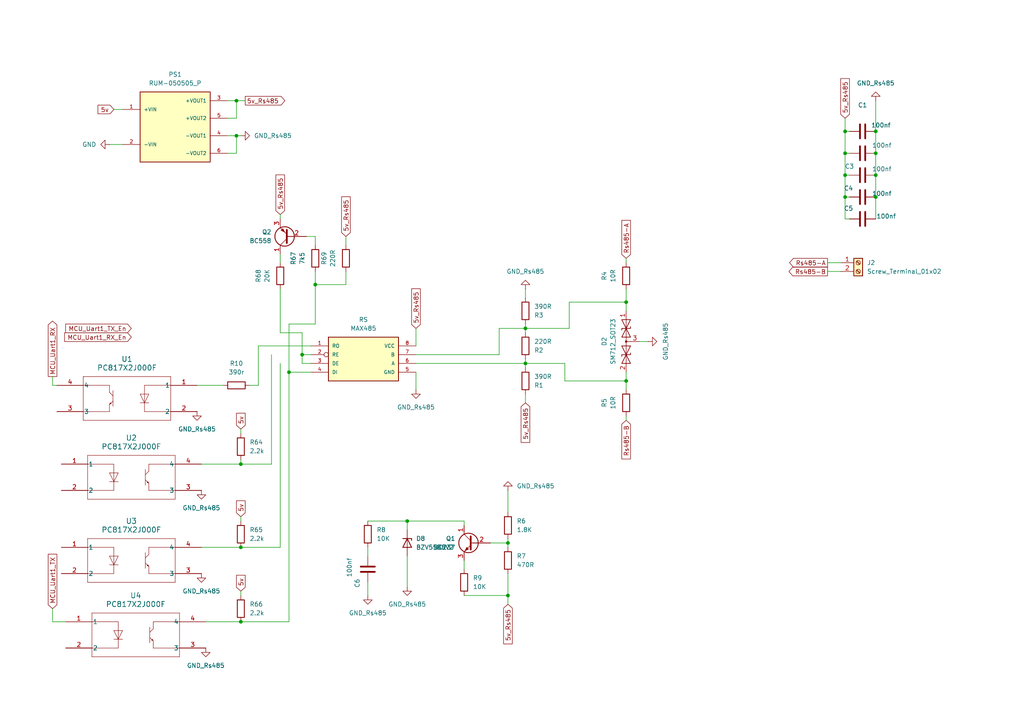
<source format=kicad_sch>
(kicad_sch (version 20231120) (generator "eeschema") (generator_version "8.0")
  (paper "A4")
  (lib_symbols
    (symbol "2024-07-11_18-43-46:PC817X2J000F" (pin_names (offset 0.254))
      (property "Reference" "U" (at 20.32 7.62 0))
      (property "Value" "PC817X2J000F" (at 20.32 7.62 0))
      (symbol "PC817X2J000F_0_1"
        (polyline (pts (xy 7.62 -10.16) (xy 33.02 -10.16)) (stroke (width 0.127)))
        (polyline (pts (xy 7.62 0) (xy 15.24 0)) (stroke (width 0.127)))
        (polyline (pts (xy 7.62 2.54) (xy 7.62 -10.16)) (stroke (width 0.127)))
        (polyline (pts (xy 13.97 -5.08) (xy 16.51 -5.08)) (stroke (width 0.127)))
        (polyline (pts (xy 13.97 -2.54) (xy 15.24 -5.08)) (stroke (width 0.127)))
        (polyline (pts (xy 13.97 -2.54) (xy 16.51 -2.54)) (stroke (width 0.127)))
        (polyline (pts (xy 15.24 -7.62) (xy 7.62 -7.62)) (stroke (width 0.127)))
        (polyline (pts (xy 15.24 -5.08) (xy 16.51 -2.54)) (stroke (width 0.127)))
        (polyline (pts (xy 15.24 0) (xy 15.24 -7.62)) (stroke (width 0.127)))
        (polyline (pts (xy 24.384 -1.524) (xy 24.384 -6.096)) (stroke (width 0.127)))
        (polyline (pts (xy 25.146 -5.334) (xy 24.384 -4.572)) (stroke (width 0.127)))
        (polyline (pts (xy 25.4 -7.62) (xy 25.4 -5.588)) (stroke (width 0.127)))
        (polyline (pts (xy 25.4 -2.032) (xy 24.384 -3.048)) (stroke (width 0.127)))
        (polyline (pts (xy 25.4 0) (xy 25.4 -2.032)) (stroke (width 0.127)))
        (polyline (pts (xy 25.4 0) (xy 33.02 0)) (stroke (width 0.127)))
        (polyline (pts (xy 33.02 -10.16) (xy 33.02 2.54)) (stroke (width 0.127)))
        (polyline (pts (xy 33.02 -7.62) (xy 25.4 -7.62)) (stroke (width 0.127)))
        (polyline (pts (xy 33.02 2.54) (xy 7.62 2.54)) (stroke (width 0.127)))
        (polyline (pts (xy 25.4 -5.588) (xy 25.146 -5.08) (xy 24.892 -5.334)) (fill (type outline)))
        (pin unspecified line (at 0 0 0) (length 7.62) (name "1") (number "1"))
        (pin unspecified line (at 0 -7.62 0) (length 7.62) (name "2") (number "2"))
        (pin unspecified line (at 40.64 -7.62 180) (length 7.62) (name "3") (number "3"))
        (pin unspecified line (at 40.64 0 180) (length 7.62) (name "4") (number "4"))
      )
    )
    (symbol "Connector:Screw_Terminal_01x02" (pin_names (offset 1.016) hide)
      (property "Reference" "J" (at 0 2.54 0))
      (property "Value" "Screw_Terminal_01x02" (at 0 -5.08 0))
      (symbol "Screw_Terminal_01x02_1_1"
        (rectangle (start -1.27 1.27) (end 1.27 -3.81) (stroke (width 0.254)) (fill (type background)))
        (circle (center 0 -2.54) (radius 0.635) (stroke (width 0.1524)))
        (polyline (pts (xy -0.5334 -2.2098) (xy 0.3302 -3.048)) (stroke (width 0.1524)))
        (polyline (pts (xy -0.5334 0.3302) (xy 0.3302 -0.508)) (stroke (width 0.1524)))
        (polyline (pts (xy -0.3556 -2.032) (xy 0.508 -2.8702)) (stroke (width 0.1524)))
        (polyline (pts (xy -0.3556 0.508) (xy 0.508 -0.3302)) (stroke (width 0.1524)))
        (circle (center 0 0) (radius 0.635) (stroke (width 0.1524)))
        (pin passive line (at -5.08 0 0) (length 3.81) (name "Pin_1") (number "1"))
        (pin passive line (at -5.08 -2.54 0) (length 3.81) (name "Pin_2") (number "2"))
      )
    )
    (symbol "Device:C" (pin_numbers hide) (pin_names (offset 0.254))
      (property "Reference" "C" (at 0.635 2.54 0))
      (property "Value" "C" (at 0.635 -2.54 0))
      (symbol "C_0_1"
        (polyline (pts (xy -2.032 -0.762) (xy 2.032 -0.762)) (stroke (width 0.508)))
        (polyline (pts (xy -2.032 0.762) (xy 2.032 0.762)) (stroke (width 0.508)))
      )
      (symbol "C_1_1"
        (pin passive line (at 0 3.81 270) (length 2.794) (name "~") (number "1"))
        (pin passive line (at 0 -3.81 90) (length 2.794) (name "~") (number "2"))
      )
    )
    (symbol "Device:R" (pin_numbers hide) (pin_names (offset 0))
      (property "Reference" "R" (at 2.032 0 90))
      (property "Value" "R" (at 0 0 90))
      (symbol "R_0_1"
        (rectangle (start -1.016 -2.54) (end 1.016 2.54) (stroke (width 0.254)))
      )
      (symbol "R_1_1"
        (pin passive line (at 0 3.81 270) (length 1.27) (name "~") (number "1"))
        (pin passive line (at 0 -3.81 90) (length 1.27) (name "~") (number "2"))
      )
    )
    (symbol "Diode:BZV55B8V2" (pin_numbers hide) (pin_names hide)
      (property "Reference" "D" (at 0 2.54 0))
      (property "Value" "BZV55B8V2" (at 0 -2.54 0))
      (symbol "BZV55B8V2_0_1"
        (polyline (pts (xy 1.27 0) (xy -1.27 0)))
        (polyline (pts (xy -1.27 -1.27) (xy -1.27 1.27) (xy -0.762 1.27)) (stroke (width 0.254)))
        (polyline (pts (xy 1.27 -1.27) (xy 1.27 1.27) (xy -1.27 0) (xy 1.27 -1.27)) (stroke (width 0.254)))
      )
      (symbol "BZV55B8V2_1_1"
        (pin passive line (at -3.81 0 0) (length 2.54) (name "K") (number "1"))
        (pin passive line (at 3.81 0 180) (length 2.54) (name "A") (number "2"))
      )
    )
    (symbol "Diode:SM712_SOT23" (pin_names (offset 1.016) hide)
      (property "Reference" "D" (at 0 4.445 0))
      (property "Value" "SM712_SOT23" (at 0 2.54 0))
      (symbol "SM712_SOT23_0_0"
        (polyline (pts (xy 0 -1.27) (xy 0 0)))
      )
      (symbol "SM712_SOT23_0_1"
        (polyline (pts (xy -6.35 0) (xy 6.35 0)))
        (polyline (pts (xy -3.302 1.27) (xy -3.81 1.27) (xy -3.81 -1.27) (xy -4.318 -1.27)) (stroke (width 0.2032)))
        (polyline (pts (xy 4.318 1.27) (xy 3.81 1.27) (xy 3.81 -1.27) (xy 3.302 -1.27)) (stroke (width 0.2032)))
        (polyline (pts (xy -6.35 -1.27) (xy -1.27 1.27) (xy -1.27 -1.27) (xy -6.35 1.27) (xy -6.35 -1.27)) (stroke (width 0.2032)))
        (polyline (pts (xy 1.27 -1.27) (xy 1.27 1.27) (xy 6.35 -1.27) (xy 6.35 1.27) (xy 1.27 -1.27)) (stroke (width 0.2032)))
        (circle (center 0 0) (radius 0.254) (fill (type outline)))
      )
      (symbol "SM712_SOT23_1_1"
        (pin passive line (at -8.89 0 0) (length 2.54) (name "A1") (number "1"))
        (pin passive line (at 8.89 0 180) (length 2.54) (name "A2") (number "2"))
        (pin input line (at 0 -3.81 90) (length 2.54) (name "common") (number "3"))
      )
    )
    (symbol "MAX485:MAX485" (pin_names (offset 1.016))
      (property "Reference" "U" (at -10.1786 7.634 0))
      (property "Value" "MAX485" (at -10.1702 -7.6276 0))
      (symbol "MAX485_0_0"
        (rectangle (start -10.16 -5.08) (end 10.16 7.62) (stroke (width 0.254)) (fill (type background)))
        (pin bidirectional line (at -15.24 5.08 0) (length 5.08) (name "RO") (number "1"))
        (pin bidirectional inverted (at -15.24 2.54 0) (length 5.08) (name "RE") (number "2"))
        (pin bidirectional line (at -15.24 0 0) (length 5.08) (name "DE") (number "3"))
        (pin bidirectional line (at -15.24 -2.54 0) (length 5.08) (name "DI") (number "4"))
        (pin bidirectional line (at 15.24 -2.54 180) (length 5.08) (name "GND") (number "5"))
        (pin bidirectional line (at 15.24 0 180) (length 5.08) (name "A") (number "6"))
        (pin bidirectional line (at 15.24 2.54 180) (length 5.08) (name "B") (number "7"))
        (pin bidirectional line (at 15.24 5.08 180) (length 5.08) (name "VCC") (number "8"))
      )
    )
    (symbol "RUM-050505_P:RUM-050505_P" (pin_names (offset 1.016))
      (property "Reference" "PS" (at -10.1639 11.4379 0))
      (property "Value" "RUM-050505_P" (at -10.1614 -12.7027 0))
      (symbol "RUM-050505_P_0_0"
        (rectangle (start -10.16 -10.16) (end 10.16 10.16) (stroke (width 0.254)) (fill (type background)))
        (pin input line (at -15.24 5.08 0) (length 5.08) (name "+VIN") (number "1"))
        (pin input line (at -15.24 -5.08 0) (length 5.08) (name "-VIN") (number "2"))
        (pin output line (at 15.24 7.62 180) (length 5.08) (name "+VOUT1") (number "3"))
        (pin output line (at 15.24 -2.54 180) (length 5.08) (name "-VOUT1") (number "4"))
        (pin output line (at 15.24 2.54 180) (length 5.08) (name "+VOUT2") (number "5"))
        (pin output line (at 15.24 -7.62 180) (length 5.08) (name "-VOUT2") (number "6"))
      )
    )
    (symbol "Transistor_BJT:BC237" (pin_names (offset 0) hide)
      (property "Reference" "Q" (at 5.08 1.905 0))
      (property "Value" "BC237" (at 5.08 0 0))
      (symbol "BC237_0_1"
        (polyline (pts (xy 0 0) (xy 0.635 0)))
        (polyline (pts (xy 0.635 0.635) (xy 2.54 2.54)))
        (polyline (pts (xy 0.635 -0.635) (xy 2.54 -2.54) (xy 2.54 -2.54)))
        (polyline (pts (xy 0.635 1.905) (xy 0.635 -1.905) (xy 0.635 -1.905)) (stroke (width 0.508)))
        (polyline (pts (xy 1.27 -1.778) (xy 1.778 -1.27) (xy 2.286 -2.286) (xy 1.27 -1.778) (xy 1.27 -1.778)) (fill (type outline)))
        (circle (center 1.27 0) (radius 2.8194) (stroke (width 0.254)))
      )
      (symbol "BC237_1_1"
        (pin passive line (at 2.54 5.08 270) (length 2.54) (name "C") (number "1"))
        (pin input line (at -5.08 0 0) (length 5.08) (name "B") (number "2"))
        (pin passive line (at 2.54 -5.08 90) (length 2.54) (name "E") (number "3"))
      )
    )
    (symbol "Transistor_BJT:BC558" (pin_names (offset 0) hide)
      (property "Reference" "Q" (at 5.08 1.905 0))
      (property "Value" "BC558" (at 5.08 0 0))
      (symbol "BC558_0_1"
        (polyline (pts (xy 0.635 0.635) (xy 2.54 2.54)))
        (polyline (pts (xy 0.635 -0.635) (xy 2.54 -2.54) (xy 2.54 -2.54)))
        (polyline (pts (xy 0.635 1.905) (xy 0.635 -1.905) (xy 0.635 -1.905)) (stroke (width 0.508)))
        (polyline (pts (xy 2.286 -1.778) (xy 1.778 -2.286) (xy 1.27 -1.27) (xy 2.286 -1.778) (xy 2.286 -1.778)) (fill (type outline)))
        (circle (center 1.27 0) (radius 2.8194) (stroke (width 0.254)))
      )
      (symbol "BC558_1_1"
        (pin passive line (at 2.54 5.08 270) (length 2.54) (name "C") (number "1"))
        (pin input line (at -5.08 0 0) (length 5.715) (name "B") (number "2"))
        (pin passive line (at 2.54 -5.08 90) (length 2.54) (name "E") (number "3"))
      )
    )
    (symbol "power:GND" (power) (pin_numbers hide) (pin_names (offset 0) hide)
      (property "Value" "GND" (at 0 -3.81 0))
      (symbol "GND_0_1"
        (polyline (pts (xy 0 0) (xy 0 -1.27) (xy 1.27 -1.27) (xy 0 -2.54) (xy -1.27 -1.27) (xy 0 -1.27)))
      )
      (symbol "GND_1_1"
        (pin power_in line (at 0 0 270) (length 0) (name "~") (number "1"))
      )
    )
  )
  (junction (at 245.11 57.15))
  (junction (at 245.11 38.1))
  (junction (at 245.11 44.45))
  (junction (at 147.32 172.72))
  (junction (at 245.11 50.8))
  (junction (at 69.85 158.75))
  (junction (at 181.61 87.63))
  (junction (at 68.58 29.21))
  (junction (at 68.58 39.37))
  (junction (at 147.32 157.48))
  (junction (at 254 57.15))
  (junction (at 254 38.1))
  (junction (at 91.44 82.55))
  (junction (at 83.82 107.95))
  (junction (at 118.11 151.13))
  (junction (at 181.61 110.49))
  (junction (at 87.63 102.87))
  (junction (at 69.85 134.62))
  (junction (at 69.85 180.34))
  (junction (at 152.4 105.41))
  (junction (at 152.4 95.25))
  (junction (at 254 50.8))
  (junction (at 254 44.45))
  (wire (pts (xy 144.78 95.25) (xy 152.4 95.25)))
  (wire (pts (xy 118.11 151.13) (xy 118.11 153.67)))
  (wire (pts (xy 163.83 105.41) (xy 163.83 110.49)))
  (wire (pts (xy 165.1 95.25) (xy 165.1 87.63)))
  (wire (pts (xy 181.61 87.63) (xy 181.61 90.17)))
  (wire (pts (xy 87.63 96.52) (xy 87.63 102.87)))
  (wire (pts (xy 181.61 107.95) (xy 181.61 110.49)))
  (wire (pts (xy 165.1 87.63) (xy 181.61 87.63)))
  (wire (pts (xy 90.17 105.41) (xy 87.63 105.41)))
  (wire (pts (xy 87.63 102.87) (xy 90.17 102.87)))
  (wire (pts (xy 152.4 96.52) (xy 152.4 95.25)))
  (wire (pts (xy 69.85 158.75) (xy 81.28 158.75)))
  (wire (pts (xy 81.28 83.82) (xy 81.28 96.52)))
  (wire (pts (xy 100.33 82.55) (xy 91.44 82.55)))
  (wire (pts (xy 87.63 105.41) (xy 87.63 102.87)))
  (wire (pts (xy 69.85 171.45) (xy 69.85 172.72)))
  (wire (pts (xy 245.11 38.1) (xy 246.38 38.1)))
  (wire (pts (xy 134.62 152.4) (xy 134.62 151.13)))
  (wire (pts (xy 245.11 63.5) (xy 246.38 63.5)))
  (wire (pts (xy 81.28 158.75) (xy 81.28 105.41)))
  (wire (pts (xy 57.15 111.76) (xy 64.77 111.76)))
  (wire (pts (xy 91.44 93.98) (xy 83.82 93.98)))
  (wire (pts (xy 181.61 83.82) (xy 181.61 87.63)))
  (wire (pts (xy 81.28 73.66) (xy 81.28 76.2)))
  (wire (pts (xy 69.85 133.35) (xy 69.85 134.62)))
  (wire (pts (xy 245.11 50.8) (xy 245.11 57.15)))
  (wire (pts (xy 91.44 68.58) (xy 88.9 68.58)))
  (wire (pts (xy 66.04 39.37) (xy 68.58 39.37)))
  (wire (pts (xy 68.58 39.37) (xy 69.85 39.37)))
  (wire (pts (xy 254 38.1) (xy 254 44.45)))
  (wire (pts (xy 74.93 100.33) (xy 90.17 100.33)))
  (wire (pts (xy 245.11 34.29) (xy 245.11 38.1)))
  (wire (pts (xy 69.85 134.62) (xy 78.74 134.62)))
  (wire (pts (xy 91.44 71.12) (xy 91.44 68.58)))
  (wire (pts (xy 58.42 134.62) (xy 69.85 134.62)))
  (wire (pts (xy 254 29.21) (xy 254 38.1)))
  (wire (pts (xy 144.78 102.87) (xy 144.78 95.25)))
  (wire (pts (xy 147.32 157.48) (xy 147.32 158.75)))
  (wire (pts (xy 147.32 172.72) (xy 134.62 172.72)))
  (wire (pts (xy 152.4 95.25) (xy 152.4 93.98)))
  (wire (pts (xy 181.61 110.49) (xy 181.61 113.03)))
  (wire (pts (xy 181.61 121.92) (xy 181.61 120.65)))
  (wire (pts (xy 240.03 78.74) (xy 243.84 78.74)))
  (wire (pts (xy 66.04 29.21) (xy 68.58 29.21)))
  (wire (pts (xy 100.33 68.58) (xy 100.33 71.12)))
  (wire (pts (xy 152.4 106.68) (xy 152.4 105.41)))
  (wire (pts (xy 72.39 111.76) (xy 74.93 111.76)))
  (wire (pts (xy 134.62 162.56) (xy 134.62 165.1)))
  (wire (pts (xy 68.58 39.37) (xy 68.58 44.45)))
  (wire (pts (xy 163.83 110.49) (xy 181.61 110.49)))
  (wire (pts (xy 147.32 166.37) (xy 147.32 172.72)))
  (wire (pts (xy 66.04 44.45) (xy 68.58 44.45)))
  (wire (pts (xy 142.24 157.48) (xy 147.32 157.48)))
  (wire (pts (xy 83.82 180.34) (xy 69.85 180.34)))
  (wire (pts (xy 31.75 41.91) (xy 35.56 41.91)))
  (wire (pts (xy 245.11 50.8) (xy 246.38 50.8)))
  (wire (pts (xy 68.58 29.21) (xy 68.58 34.29)))
  (wire (pts (xy 118.11 151.13) (xy 106.68 151.13)))
  (wire (pts (xy 106.68 158.75) (xy 106.68 161.29)))
  (wire (pts (xy 91.44 78.74) (xy 91.44 82.55)))
  (wire (pts (xy 91.44 82.55) (xy 91.44 93.98)))
  (wire (pts (xy 254 57.15) (xy 254 63.5)))
  (wire (pts (xy 147.32 156.21) (xy 147.32 157.48)))
  (wire (pts (xy 245.11 44.45) (xy 245.11 50.8)))
  (wire (pts (xy 106.68 168.91) (xy 106.68 172.72)))
  (wire (pts (xy 245.11 38.1) (xy 245.11 44.45)))
  (wire (pts (xy 120.65 95.25) (xy 120.65 100.33)))
  (wire (pts (xy 120.65 102.87) (xy 144.78 102.87)))
  (wire (pts (xy 152.4 95.25) (xy 165.1 95.25)))
  (wire (pts (xy 81.28 62.23) (xy 81.28 63.5)))
  (wire (pts (xy 118.11 161.29) (xy 118.11 170.18)))
  (wire (pts (xy 58.42 158.75) (xy 69.85 158.75)))
  (wire (pts (xy 185.42 99.06) (xy 187.96 99.06)))
  (wire (pts (xy 81.28 96.52) (xy 87.63 96.52)))
  (wire (pts (xy 152.4 116.84) (xy 152.4 114.3)))
  (wire (pts (xy 152.4 105.41) (xy 163.83 105.41)))
  (wire (pts (xy 90.17 107.95) (xy 83.82 107.95)))
  (wire (pts (xy 240.03 76.2) (xy 243.84 76.2)))
  (wire (pts (xy 120.65 107.95) (xy 120.65 113.03)))
  (wire (pts (xy 152.4 86.36) (xy 152.4 83.82)))
  (wire (pts (xy 147.32 142.24) (xy 147.32 148.59)))
  (wire (pts (xy 152.4 105.41) (xy 152.4 104.14)))
  (wire (pts (xy 181.61 76.2) (xy 181.61 74.93)))
  (wire (pts (xy 69.85 180.34) (xy 59.69 180.34)))
  (wire (pts (xy 15.24 176.53) (xy 15.24 180.34)))
  (wire (pts (xy 245.11 57.15) (xy 246.38 57.15)))
  (wire (pts (xy 69.85 124.46) (xy 69.85 125.73)))
  (wire (pts (xy 15.24 109.22) (xy 15.24 111.76)))
  (wire (pts (xy 74.93 111.76) (xy 74.93 100.33)))
  (wire (pts (xy 15.24 180.34) (xy 19.05 180.34)))
  (wire (pts (xy 66.04 34.29) (xy 68.58 34.29)))
  (wire (pts (xy 254 44.45) (xy 254 50.8)))
  (wire (pts (xy 78.74 134.62) (xy 78.74 102.87)))
  (wire (pts (xy 33.02 31.75) (xy 35.56 31.75)))
  (wire (pts (xy 254 50.8) (xy 254 57.15)))
  (wire (pts (xy 134.62 151.13) (xy 118.11 151.13)))
  (wire (pts (xy 83.82 107.95) (xy 83.82 180.34)))
  (wire (pts (xy 100.33 78.74) (xy 100.33 82.55)))
  (wire (pts (xy 245.11 57.15) (xy 245.11 63.5)))
  (wire (pts (xy 245.11 44.45) (xy 246.38 44.45)))
  (wire (pts (xy 83.82 93.98) (xy 83.82 107.95)))
  (wire (pts (xy 147.32 175.26) (xy 147.32 172.72)))
  (wire (pts (xy 120.65 105.41) (xy 152.4 105.41)))
  (wire (pts (xy 15.24 111.76) (xy 16.51 111.76)))
  (wire (pts (xy 68.58 29.21) (xy 71.12 29.21)))
  (wire (pts (xy 69.85 149.86) (xy 69.85 151.13)))
  (global_label "5v_Rs485" (shape input) (at 120.65 95.25 90) (property "Intersheetrefs" "${INTERSHEET_REFS}" (effects (hide yes))))
  (global_label "Rs485-B" (shape output) (at 240.03 78.74 180) (property "Intersheetrefs" "${INTERSHEET_REFS}" (effects (hide yes))))
  (global_label "5v_Rs485" (shape input) (at 81.28 62.23 90) (property "Intersheetrefs" "${INTERSHEET_REFS}" (effects (hide yes))))
  (global_label "5v" (shape input) (at 33.02 31.75 180) (property "Intersheetrefs" "${INTERSHEET_REFS}" (effects (hide yes))))
  (global_label "5v" (shape input) (at 69.85 171.45 90) (property "Intersheetrefs" "${INTERSHEET_REFS}" (effects (hide yes))))
  (global_label "5v_Rs485" (shape input) (at 147.32 175.26 270) (property "Intersheetrefs" "${INTERSHEET_REFS}" (effects (hide yes))))
  (global_label "5v" (shape input) (at 69.85 149.86 90) (property "Intersheetrefs" "${INTERSHEET_REFS}" (effects (hide yes))))
  (global_label "Rs485-A" (shape output) (at 240.03 76.2 180) (property "Intersheetrefs" "${INTERSHEET_REFS}" (effects (hide yes))))
  (global_label "MCU_Uart1_RX" (shape output) (at 15.24 109.22 90) (property "Intersheetrefs" "${INTERSHEET_REFS}" (effects (hide yes))))
  (global_label "5v_Rs485" (shape input) (at 152.4 116.84 270) (property "Intersheetrefs" "${INTERSHEET_REFS}" (effects (hide yes))))
  (global_label "Rs485-A" (shape input) (at 181.61 74.93 90) (property "Intersheetrefs" "${INTERSHEET_REFS}" (effects (hide yes))))
  (global_label "5v_Rs485" (shape input) (at 100.33 68.58 90) (property "Intersheetrefs" "${INTERSHEET_REFS}" (effects (hide yes))))
  (global_label "Rs485-B" (shape input) (at 181.61 121.92 270) (property "Intersheetrefs" "${INTERSHEET_REFS}" (effects (hide yes))))
  (global_label "MCU_Uart1_TX" (shape input) (at 15.24 176.53 90) (property "Intersheetrefs" "${INTERSHEET_REFS}" (effects (hide yes))))
  (global_label "MCU_Uart1_TX_En" (shape input) (at 38.1 95.25 180) (property "Intersheetrefs" "${INTERSHEET_REFS}" (effects (hide yes))))
  (global_label "5v_Rs485" (shape input) (at 245.11 34.29 90) (property "Intersheetrefs" "${INTERSHEET_REFS}" (effects (hide yes))))
  (global_label "5v_Rs485" (shape output) (at 71.12 29.21 0) (property "Intersheetrefs" "${INTERSHEET_REFS}" (effects (hide yes))))
  (global_label "5v" (shape input) (at 69.85 124.46 90) (property "Intersheetrefs" "${INTERSHEET_REFS}" (effects (hide yes))))
  (global_label "MCU_Uart1_RX_En" (shape input) (at 38.1 97.79 180) (property "Intersheetrefs" "${INTERSHEET_REFS}" (effects (hide yes))))
  (symbol (lib_id "Device:R") (at 147.32 162.56 0) (unit 1)
    (property "Reference" "R7" (at 149.86 161.2899 0) (effects (justify left)))
    (property "Value" "470R" (at 149.86 163.8299 0) (effects (justify left)))
    (property "Description" "Resistor" (effects (hide yes)))
  )
  (symbol (lib_id "Device:R") (at 106.68 154.94 0) (unit 1)
    (property "Reference" "R8" (at 109.22 153.6699 0) (effects (justify left)))
    (property "Value" "10K" (at 109.22 156.2099 0) (effects (justify left)))
    (property "Description" "Resistor" (effects (hide yes)))
  )
  (symbol (lib_id "Device:R") (at 69.85 129.54 180) (unit 1)
    (property "Reference" "R64" (at 72.39 128.2699 0) (effects (justify right)))
    (property "Value" "2.2k" (at 72.39 130.8099 0) (effects (justify right)))
    (property "Description" "Resistor" (effects (hide yes)))
  )
  (symbol (lib_id "Device:R") (at 152.4 90.17 0) (mirror x) (unit 1)
    (property "Reference" "R3" (at 154.94 91.4401 0) (effects (justify left)))
    (property "Value" "390R" (at 154.94 88.9001 0) (effects (justify left)))
    (property "Description" "Resistor" (effects (hide yes)))
  )
  (symbol (lib_id "Device:R") (at 134.62 168.91 0) (unit 1)
    (property "Reference" "R9" (at 137.16 167.6399 0) (effects (justify left)))
    (property "Value" "10K" (at 137.16 170.1799 0) (effects (justify left)))
    (property "Description" "Resistor" (effects (hide yes)))
  )
  (symbol (lib_id "Device:C") (at 250.19 38.1 90) (unit 1)
    (property "Reference" "C1" (at 250.19 30.48 90))
    (property "Value" "100nf" (at 255.524 36.322 90))
    (property "Description" "Unpolarized capacitor" (effects (hide yes)))
  )
  (symbol (lib_id "Device:R") (at 69.85 176.53 180) (unit 1)
    (property "Reference" "R66" (at 72.39 175.2599 0) (effects (justify right)))
    (property "Value" "2.2k" (at 72.39 177.7999 0) (effects (justify right)))
    (property "Description" "Resistor" (effects (hide yes)))
  )
  (symbol (lib_id "Device:R") (at 68.58 111.76 90) (unit 1)
    (property "Reference" "R10" (at 68.58 105.41 90))
    (property "Value" "390r" (at 68.58 107.95 90))
    (property "Description" "Resistor" (effects (hide yes)))
  )
  (symbol (lib_id "power:GND") (at 187.96 99.06 90) (mirror x) (unit 1)
    (property "Reference" "#PWR02" (effects (hide yes)))
    (property "Value" "GND_Rs485" (at 193.04 99.06 0))
    (property "Description" "Power symbol creates a global label with name \"GND\" , ground" (effects (hide yes)))
  )
  (symbol (lib_id "Diode:SM712_SOT23") (at 181.61 99.06 90) (mirror x) (unit 1)
    (property "Reference" "D2" (at 175.26 99.06 0))
    (property "Value" "SM712_SOT23" (at 177.8 99.06 0))
    (property "Footprint" "Package_TO_SOT_SMD:SOT-23" (effects (hide yes)))
    (property "Datasheet" "https://www.littelfuse.com/~/media/electronics/datasheets/tvs_diode_arrays/littelfuse_tvs_diode_array_sm712_datasheet.pdf.pdf" (effects (hide yes)))
    (property "Description" "7V/12V, 600W Asymmetrical TVS Diode Array, SOT-23" (effects (hide yes)))
  )
  (symbol (lib_id "Device:R") (at 100.33 74.93 0) (mirror y) (unit 1)
    (property "Reference" "R69" (at 93.98 74.93 90))
    (property "Value" "220R" (at 96.52 74.93 90))
    (property "Description" "Resistor" (effects (hide yes)))
  )
  (symbol (lib_id "Device:R") (at 152.4 110.49 0) (mirror x) (unit 1)
    (property "Reference" "R1" (at 154.94 111.7601 0) (effects (justify left)))
    (property "Value" "390R" (at 154.94 109.2201 0) (effects (justify left)))
    (property "Description" "Resistor" (effects (hide yes)))
  )
  (symbol (lib_id "power:GND") (at 254 29.21 180) (unit 1)
    (property "Reference" "#PWR059" (effects (hide yes)))
    (property "Value" "GND_Rs485" (at 254 24.13 0))
    (property "Description" "Power symbol creates a global label with name \"GND\" , ground" (effects (hide yes)))
  )
  (symbol (lib_id "2024-07-11_18-43-46:PC817X2J000F") (at 17.78 158.75 0) (unit 1)
    (property "Reference" "U3" (at 38.1 151.13 0) (effects (font (size 1.524 1.524))))
    (property "Value" "PC817X2J000F" (at 38.1 153.67 0) (effects (font (size 1.524 1.524))))
    (property "Footprint" "PC817XF_SHP" (effects (hide yes)))
    (property "Datasheet" "PC817X2J000F" (effects (hide yes)))
  )
  (symbol (lib_id "Diode:BZV55B8V2") (at 118.11 157.48 270) (unit 1)
    (property "Reference" "D8" (at 120.65 156.2099 90) (effects (justify left)))
    (property "Value" "BZV55B8V2" (at 120.65 158.7499 90) (effects (justify left)))
    (property "Footprint" "Diode_SMD:D_MiniMELF" (effects (hide yes)))
    (property "Datasheet" "https://assets.nexperia.com/documents/data-sheet/BZV55_SER.pdf" (effects (hide yes)))
    (property "Description" "8.2V, 500mW, 2%, Zener diode, MiniMELF" (effects (hide yes)))
  )
  (symbol (lib_id "power:GND") (at 58.42 166.37 0) (unit 1)
    (property "Reference" "#PWR062" (effects (hide yes)))
    (property "Value" "GND_Rs485" (at 58.42 171.45 0))
    (property "Description" "Power symbol creates a global label with name \"GND\" , ground" (effects (hide yes)))
  )
  (symbol (lib_id "power:GND") (at 57.15 119.38 0) (unit 1)
    (property "Reference" "#PWR060" (effects (hide yes)))
    (property "Value" "GND_Rs485" (at 57.15 124.46 0))
    (property "Description" "Power symbol creates a global label with name \"GND\" , ground" (effects (hide yes)))
  )
  (symbol (lib_id "Transistor_BJT:BC558") (at 83.82 68.58 180) (unit 1)
    (property "Reference" "Q2" (at 78.74 67.3099 0) (effects (justify left)))
    (property "Value" "BC558" (at 78.74 69.8499 0) (effects (justify left)))
    (property "Footprint" "Package_TO_SOT_THT:TO-92_Inline" (effects (hide yes)))
    (property "Datasheet" "https://www.onsemi.com/pub/Collateral/BC556BTA-D.pdf" (effects (hide yes)))
    (property "Description" "0.1A Ic, 30V Vce, PNP Small Signal Transistor, TO-92" (effects (hide yes)))
  )
  (symbol (lib_id "Device:C") (at 250.19 63.5 90) (unit 1)
    (property "Reference" "C5" (at 246.126 60.452 90))
    (property "Value" "100nf" (at 257.048 62.738 90))
    (property "Description" "Unpolarized capacitor" (effects (hide yes)))
  )
  (symbol (lib_id "Transistor_BJT:BC237") (at 137.16 157.48 0) (mirror y) (unit 1)
    (property "Reference" "Q1" (at 132.08 156.2099 0) (effects (justify left)))
    (property "Value" "BC237" (at 132.08 158.7499 0) (effects (justify left)))
    (property "Footprint" "Package_TO_SOT_THT:TO-92_Inline" (effects (hide yes)))
    (property "Datasheet" "http://www.onsemi.com/pub_link/Collateral/BC237-D.PDF" (effects (hide yes)))
    (property "Description" "100mA Ic, 50V Vce, Epitaxial Silicon NPN Transistor, TO-92" (effects (hide yes)))
  )
  (symbol (lib_id "2024-07-11_18-43-46:PC817X2J000F") (at 17.78 134.62 0) (unit 1)
    (property "Reference" "U2" (at 38.1 127 0) (effects (font (size 1.524 1.524))))
    (property "Value" "PC817X2J000F" (at 38.1 129.54 0) (effects (font (size 1.524 1.524))))
    (property "Footprint" "PC817XF_SHP" (effects (hide yes)))
    (property "Datasheet" "PC817X2J000F" (effects (hide yes)))
  )
  (symbol (lib_id "power:GND") (at 59.69 187.96 0) (unit 1)
    (property "Reference" "#PWR063" (effects (hide yes)))
    (property "Value" "GND_Rs485" (at 59.69 193.04 0))
    (property "Description" "Power symbol creates a global label with name \"GND\" , ground" (effects (hide yes)))
  )
  (symbol (lib_id "power:GND") (at 152.4 83.82 0) (mirror x) (unit 1)
    (property "Reference" "#PWR067" (effects (hide yes)))
    (property "Value" "GND_Rs485" (at 152.4 78.74 0))
    (property "Description" "Power symbol creates a global label with name \"GND\" , ground" (effects (hide yes)))
  )
  (symbol (lib_id "Device:R") (at 81.28 80.01 0) (mirror y) (unit 1)
    (property "Reference" "R68" (at 74.93 80.01 90))
    (property "Value" "20K" (at 77.47 80.01 90))
    (property "Description" "Resistor" (effects (hide yes)))
  )
  (symbol (lib_id "Device:C") (at 250.19 50.8 90) (unit 1)
    (property "Reference" "C3" (at 246.38 48.26 90))
    (property "Value" "100nf" (at 255.778 49.022 90))
    (property "Description" "Unpolarized capacitor" (effects (hide yes)))
  )
  (symbol (lib_id "Device:R") (at 147.32 152.4 0) (unit 1)
    (property "Reference" "R6" (at 149.86 151.1299 0) (effects (justify left)))
    (property "Value" "1.8K" (at 149.86 153.6699 0) (effects (justify left)))
    (property "Description" "Resistor" (effects (hide yes)))
  )
  (symbol (lib_id "RUM-050505_P:RUM-050505_P") (at 50.8 36.83 0) (unit 1)
    (property "Reference" "PS1" (at 50.8 21.59 0))
    (property "Value" "RUM-050505_P" (at 50.8 24.13 0))
    (property "Footprint" "RUM-050505_P:CONV_RUM-050505_P" (effects (hide yes)))
    (property "PARTREV" "1" (effects (hide yes)))
    (property "STANDARD" "Manufacturer Recommendations" (effects (hide yes)))
    (property "MAXIMUM_PACKAGE_HEIGHT" "7.70mm" (effects (hide yes)))
    (property "MANUFACTURER" "RECOM" (effects (hide yes)))
  )
  (symbol (lib_id "power:GND") (at 118.11 170.18 0) (unit 1)
    (property "Reference" "#PWR066" (effects (hide yes)))
    (property "Value" "GND_Rs485" (at 118.11 175.26 0))
    (property "Description" "Power symbol creates a global label with name \"GND\" , ground" (effects (hide yes)))
  )
  (symbol (lib_id "power:GND") (at 147.32 142.24 180) (unit 1)
    (property "Reference" "#PWR064" (effects (hide yes)))
    (property "Value" "GND_Rs485" (at 149.86 140.9699 0) (effects (justify right)))
    (property "Description" "Power symbol creates a global label with name \"GND\" , ground" (effects (hide yes)))
  )
  (symbol (lib_id "Device:C") (at 250.19 57.15 90) (unit 1)
    (property "Reference" "C4" (at 246.126 54.61 90))
    (property "Value" "100nf" (at 255.778 56.134 90))
    (property "Description" "Unpolarized capacitor" (effects (hide yes)))
  )
  (symbol (lib_id "2024-07-11_18-43-46:PC817X2J000F") (at 57.15 111.76 0) (mirror y) (unit 1)
    (property "Reference" "U1" (at 36.83 104.14 0) (effects (font (size 1.524 1.524))))
    (property "Value" "PC817X2J000F" (at 36.83 106.68 0) (effects (font (size 1.524 1.524))))
    (property "Footprint" "PC817XF_SHP" (effects (hide yes)))
    (property "Datasheet" "PC817X2J000F" (effects (hide yes)))
  )
  (symbol (lib_id "power:GND") (at 120.65 113.03 0) (unit 1)
    (property "Reference" "#PWR01" (effects (hide yes)))
    (property "Value" "GND_Rs485" (at 120.65 118.11 0))
    (property "Description" "Power symbol creates a global label with name \"GND\" , ground" (effects (hide yes)))
  )
  (symbol (lib_id "power:GND") (at 69.85 39.37 90) (unit 1)
    (property "Reference" "#PWR058" (effects (hide yes)))
    (property "Value" "GND_Rs485" (at 73.66 39.3699 90) (effects (justify right)))
    (property "Description" "Power symbol creates a global label with name \"GND\" , ground" (effects (hide yes)))
  )
  (symbol (lib_id "power:GND") (at 31.75 41.91 270) (unit 1)
    (property "Reference" "#PWR057" (effects (hide yes)))
    (property "Value" "GND" (at 27.94 41.9099 90) (effects (justify right)))
    (property "Description" "Power symbol creates a global label with name \"GND\" , ground" (effects (hide yes)))
  )
  (symbol (lib_id "Device:R") (at 152.4 100.33 0) (mirror x) (unit 1)
    (property "Reference" "R2" (at 154.94 101.6001 0) (effects (justify left)))
    (property "Value" "220R" (at 154.94 99.0601 0) (effects (justify left)))
    (property "Description" "Resistor" (effects (hide yes)))
  )
  (symbol (lib_id "Connector:Screw_Terminal_01x02") (at 248.92 76.2 0) (unit 1)
    (property "Reference" "J2" (at 251.46 76.1999 0) (effects (justify left)))
    (property "Value" "Screw_Terminal_01x02" (at 251.46 78.7399 0) (effects (justify left)))
    (property "Footprint" "TerminalBlock:TerminalBlock_bornier-2_P5.08mm" (effects (hide yes)))
    (property "Description" "Generic screw terminal, single row, 01x02, script generated (kicad-library-utils/schlib/autogen/connector/)" (effects (hide yes)))
  )
  (symbol (lib_id "power:GND") (at 106.68 172.72 0) (unit 1)
    (property "Reference" "#PWR065" (effects (hide yes)))
    (property "Value" "GND_Rs485" (at 106.68 177.8 0))
    (property "Description" "Power symbol creates a global label with name \"GND\" , ground" (effects (hide yes)))
  )
  (symbol (lib_id "Device:C") (at 106.68 165.1 180) (unit 1)
    (property "Reference" "C6" (at 103.632 169.164 90))
    (property "Value" "100nf" (at 101.346 164.592 90))
    (property "Description" "Unpolarized capacitor" (effects (hide yes)))
  )
  (symbol (lib_id "Device:R") (at 69.85 154.94 180) (unit 1)
    (property "Reference" "R65" (at 72.39 153.6699 0) (effects (justify right)))
    (property "Value" "2.2k" (at 72.39 156.2099 0) (effects (justify right)))
    (property "Description" "Resistor" (effects (hide yes)))
  )
  (symbol (lib_id "power:GND") (at 58.42 142.24 0) (unit 1)
    (property "Reference" "#PWR061" (effects (hide yes)))
    (property "Value" "GND_Rs485" (at 58.42 147.32 0))
    (property "Description" "Power symbol creates a global label with name \"GND\" , ground" (effects (hide yes)))
  )
  (symbol (lib_id "Device:R") (at 91.44 74.93 0) (mirror y) (unit 1)
    (property "Reference" "R67" (at 85.09 74.93 90))
    (property "Value" "7k5" (at 87.63 74.93 90))
    (property "Description" "Resistor" (effects (hide yes)))
  )
  (symbol (lib_id "2024-07-11_18-43-46:PC817X2J000F") (at 19.05 180.34 0) (unit 1)
    (property "Reference" "U4" (at 39.37 172.72 0) (effects (font (size 1.524 1.524))))
    (property "Value" "PC817X2J000F" (at 39.37 175.26 0) (effects (font (size 1.524 1.524))))
    (property "Footprint" "PC817XF_SHP" (effects (hide yes)))
    (property "Datasheet" "PC817X2J000F" (effects (hide yes)))
  )
  (symbol (lib_id "Device:C") (at 250.19 44.45 90) (unit 1)
    (property "Reference" "C2" (effects (hide yes)))
    (property "Value" "100nf" (at 255.778 42.164 90))
    (property "Description" "Unpolarized capacitor" (effects (hide yes)))
  )
  (symbol (lib_id "Device:R") (at 181.61 116.84 0) (mirror y) (unit 1)
    (property "Reference" "R5" (at 175.26 116.84 90))
    (property "Value" "10R" (at 177.8 116.84 90))
    (property "Description" "Resistor" (effects (hide yes)))
  )
  (symbol (lib_id "Device:R") (at 181.61 80.01 0) (mirror y) (unit 1)
    (property "Reference" "R4" (at 175.26 80.01 90))
    (property "Value" "10R" (at 177.8 80.01 90))
    (property "Description" "Resistor" (effects (hide yes)))
  )
  (symbol (lib_id "MAX485:MAX485") (at 105.41 105.41 0) (unit 1)
    (property "Reference" "RS" (at 105.41 92.71 0))
    (property "Value" "MAX485" (at 105.41 95.25 0))
    (property "MF" "Analog Devices" (effects (hide yes)))
    (property "Description_1" "\n1/1 Transceiver Half RS422, RS485 8-uMAX-EP|8-uSOP-EP\n" (effects (hide yes)))
    (property "Package" "None" (effects (hide yes)))
    (property "Price" "None" (effects (hide yes)))
    (property "SnapEDA_Link" "https://www.snapeda.com/parts/MAX485/Analog+Devices/view-part/?ref=snap" (effects (hide yes)))
    (property "MP" "MAX485" (effects (hide yes)))
    (property "Purchase-URL" "https://www.snapeda.com/api/url_track_click_mouser/?unipart_id=8571353&manufacturer=Analog Devices&part_name=MAX485&search_term=None" (effects (hide yes)))
    (property "Availability" "In Stock" (effects (hide yes)))
    (property "Check_prices" "https://www.snapeda.com/parts/MAX485/Analog+Devices/view-part/?ref=eda" (effects (hide yes)))
  )
)
</source>
